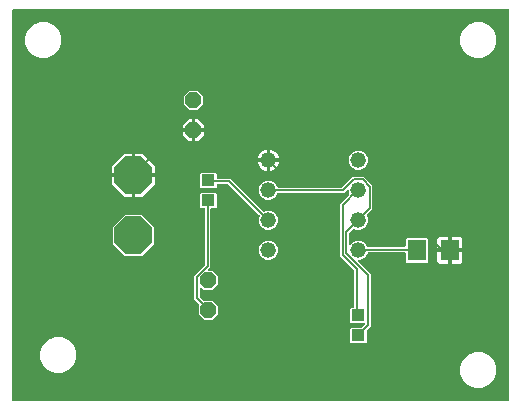
<source format=gbr>
G04 EAGLE Gerber RS-274X export*
G75*
%MOMM*%
%FSLAX34Y34*%
%LPD*%
%INBottom Copper*%
%IPPOS*%
%AMOC8*
5,1,8,0,0,1.08239X$1,22.5*%
G01*
%ADD10R,1.600000X1.800000*%
%ADD11P,3.409096X8X202.500000*%
%ADD12C,1.320800*%
%ADD13P,1.429621X8X292.500000*%
%ADD14R,1.100000X1.000000*%
%ADD15C,0.152400*%

G36*
X457220Y50042D02*
X457220Y50042D01*
X457239Y50040D01*
X457341Y50062D01*
X457443Y50079D01*
X457460Y50088D01*
X457480Y50092D01*
X457569Y50145D01*
X457660Y50194D01*
X457674Y50208D01*
X457691Y50218D01*
X457758Y50297D01*
X457830Y50372D01*
X457838Y50390D01*
X457851Y50405D01*
X457890Y50501D01*
X457933Y50595D01*
X457935Y50615D01*
X457943Y50633D01*
X457961Y50800D01*
X457961Y381000D01*
X457958Y381020D01*
X457960Y381039D01*
X457938Y381141D01*
X457922Y381243D01*
X457912Y381260D01*
X457908Y381280D01*
X457855Y381369D01*
X457806Y381460D01*
X457792Y381474D01*
X457782Y381491D01*
X457703Y381558D01*
X457628Y381630D01*
X457610Y381638D01*
X457595Y381651D01*
X457499Y381690D01*
X457405Y381733D01*
X457385Y381735D01*
X457367Y381743D01*
X457200Y381761D01*
X38100Y381761D01*
X38080Y381758D01*
X38061Y381760D01*
X37959Y381738D01*
X37857Y381722D01*
X37840Y381712D01*
X37820Y381708D01*
X37731Y381655D01*
X37640Y381606D01*
X37626Y381592D01*
X37609Y381582D01*
X37542Y381503D01*
X37471Y381428D01*
X37462Y381410D01*
X37449Y381395D01*
X37410Y381299D01*
X37367Y381205D01*
X37365Y381185D01*
X37357Y381167D01*
X37339Y381000D01*
X37339Y50800D01*
X37342Y50780D01*
X37340Y50761D01*
X37362Y50659D01*
X37379Y50557D01*
X37388Y50540D01*
X37392Y50520D01*
X37445Y50431D01*
X37494Y50340D01*
X37508Y50326D01*
X37518Y50309D01*
X37597Y50242D01*
X37672Y50171D01*
X37690Y50162D01*
X37705Y50149D01*
X37801Y50110D01*
X37895Y50067D01*
X37915Y50065D01*
X37933Y50057D01*
X38100Y50039D01*
X457200Y50039D01*
X457220Y50042D01*
G37*
%LPC*%
G36*
X324068Y99275D02*
X324068Y99275D01*
X323175Y100168D01*
X323175Y111432D01*
X324068Y112325D01*
X332803Y112325D01*
X332894Y112339D01*
X332984Y112347D01*
X333014Y112359D01*
X333046Y112364D01*
X333127Y112407D01*
X333211Y112443D01*
X333243Y112469D01*
X333264Y112480D01*
X333286Y112503D01*
X333342Y112548D01*
X335770Y114976D01*
X335812Y115034D01*
X335861Y115086D01*
X335883Y115133D01*
X335913Y115175D01*
X335934Y115244D01*
X335965Y115309D01*
X335970Y115361D01*
X335986Y115411D01*
X335984Y115482D01*
X335992Y115553D01*
X335981Y115604D01*
X335979Y115656D01*
X335955Y115724D01*
X335940Y115794D01*
X335913Y115839D01*
X335895Y115887D01*
X335850Y115943D01*
X335813Y116005D01*
X335774Y116039D01*
X335741Y116079D01*
X335681Y116118D01*
X335626Y116165D01*
X335578Y116184D01*
X335534Y116212D01*
X335465Y116230D01*
X335398Y116257D01*
X335327Y116265D01*
X335296Y116273D01*
X335272Y116271D01*
X335232Y116275D01*
X324068Y116275D01*
X323175Y117168D01*
X323175Y128432D01*
X324068Y129325D01*
X326136Y129325D01*
X326156Y129328D01*
X326175Y129326D01*
X326277Y129348D01*
X326379Y129364D01*
X326396Y129374D01*
X326416Y129378D01*
X326505Y129431D01*
X326596Y129480D01*
X326610Y129494D01*
X326627Y129504D01*
X326694Y129583D01*
X326766Y129658D01*
X326774Y129676D01*
X326787Y129691D01*
X326826Y129787D01*
X326869Y129881D01*
X326871Y129901D01*
X326879Y129919D01*
X326897Y130086D01*
X326897Y160281D01*
X326883Y160372D01*
X326875Y160462D01*
X326863Y160492D01*
X326858Y160524D01*
X326815Y160605D01*
X326779Y160689D01*
X326753Y160721D01*
X326742Y160742D01*
X326719Y160764D01*
X326674Y160820D01*
X314705Y172789D01*
X314705Y217355D01*
X322374Y225024D01*
X322443Y225119D01*
X322512Y225213D01*
X322514Y225219D01*
X322518Y225224D01*
X322552Y225335D01*
X322588Y225447D01*
X322588Y225453D01*
X322590Y225459D01*
X322587Y225576D01*
X322586Y225693D01*
X322584Y225700D01*
X322584Y225705D01*
X322577Y225722D01*
X322539Y225854D01*
X322071Y226983D01*
X322071Y228608D01*
X322060Y228678D01*
X322058Y228750D01*
X322040Y228799D01*
X322032Y228850D01*
X321998Y228914D01*
X321973Y228981D01*
X321941Y229022D01*
X321916Y229068D01*
X321864Y229117D01*
X321820Y229173D01*
X321776Y229201D01*
X321738Y229237D01*
X321673Y229267D01*
X321613Y229306D01*
X321562Y229319D01*
X321515Y229341D01*
X321444Y229349D01*
X321374Y229366D01*
X321322Y229362D01*
X321271Y229368D01*
X321200Y229353D01*
X321129Y229347D01*
X321081Y229327D01*
X321030Y229316D01*
X320969Y229279D01*
X320903Y229251D01*
X320847Y229206D01*
X320819Y229189D01*
X320804Y229172D01*
X320772Y229146D01*
X317939Y226313D01*
X262360Y226313D01*
X262245Y226294D01*
X262129Y226277D01*
X262123Y226275D01*
X262117Y226274D01*
X262015Y226219D01*
X261910Y226166D01*
X261905Y226161D01*
X261900Y226158D01*
X261820Y226074D01*
X261737Y225990D01*
X261734Y225984D01*
X261730Y225980D01*
X261723Y225963D01*
X261657Y225843D01*
X260891Y223995D01*
X258605Y221709D01*
X255617Y220471D01*
X252383Y220471D01*
X249395Y221709D01*
X247109Y223995D01*
X245871Y226983D01*
X245871Y230217D01*
X247109Y233205D01*
X249395Y235491D01*
X252383Y236729D01*
X255617Y236729D01*
X258605Y235491D01*
X260891Y233205D01*
X261657Y231357D01*
X261719Y231257D01*
X261778Y231157D01*
X261783Y231153D01*
X261786Y231148D01*
X261877Y231073D01*
X261965Y230997D01*
X261971Y230995D01*
X261976Y230991D01*
X262084Y230949D01*
X262193Y230905D01*
X262201Y230904D01*
X262205Y230903D01*
X262224Y230902D01*
X262360Y230887D01*
X315729Y230887D01*
X315820Y230901D01*
X315910Y230909D01*
X315940Y230921D01*
X315972Y230926D01*
X316053Y230969D01*
X316137Y231005D01*
X316169Y231031D01*
X316190Y231042D01*
X316212Y231065D01*
X316268Y231110D01*
X325189Y240031D01*
X334703Y240031D01*
X342139Y232595D01*
X342139Y212413D01*
X337580Y207854D01*
X337512Y207760D01*
X337442Y207665D01*
X337440Y207659D01*
X337436Y207654D01*
X337402Y207543D01*
X337365Y207431D01*
X337365Y207425D01*
X337364Y207419D01*
X337367Y207302D01*
X337368Y207185D01*
X337370Y207178D01*
X337370Y207173D01*
X337376Y207155D01*
X337415Y207024D01*
X338329Y204817D01*
X338329Y201583D01*
X337091Y198595D01*
X334805Y196309D01*
X331817Y195071D01*
X328583Y195071D01*
X326376Y195985D01*
X326262Y196012D01*
X326149Y196041D01*
X326143Y196040D01*
X326137Y196042D01*
X326020Y196031D01*
X325904Y196022D01*
X325898Y196019D01*
X325892Y196019D01*
X325784Y195971D01*
X325677Y195925D01*
X325672Y195921D01*
X325667Y195919D01*
X325653Y195906D01*
X325546Y195820D01*
X322550Y192824D01*
X322497Y192750D01*
X322437Y192680D01*
X322425Y192650D01*
X322406Y192624D01*
X322379Y192537D01*
X322345Y192452D01*
X322341Y192411D01*
X322334Y192389D01*
X322335Y192357D01*
X322327Y192285D01*
X322327Y183260D01*
X322338Y183190D01*
X322340Y183118D01*
X322358Y183069D01*
X322366Y183018D01*
X322400Y182954D01*
X322425Y182887D01*
X322457Y182846D01*
X322482Y182800D01*
X322534Y182751D01*
X322578Y182695D01*
X322622Y182667D01*
X322660Y182631D01*
X322725Y182601D01*
X322785Y182562D01*
X322836Y182549D01*
X322883Y182527D01*
X322954Y182519D01*
X323024Y182502D01*
X323076Y182506D01*
X323127Y182500D01*
X323198Y182515D01*
X323269Y182521D01*
X323317Y182541D01*
X323368Y182552D01*
X323429Y182589D01*
X323495Y182617D01*
X323551Y182662D01*
X323579Y182679D01*
X323594Y182696D01*
X323626Y182722D01*
X325595Y184691D01*
X328583Y185929D01*
X331817Y185929D01*
X334805Y184691D01*
X337091Y182405D01*
X337646Y181065D01*
X337708Y180965D01*
X337768Y180865D01*
X337773Y180861D01*
X337776Y180856D01*
X337866Y180781D01*
X337955Y180705D01*
X337960Y180703D01*
X337965Y180699D01*
X338074Y180657D01*
X338183Y180613D01*
X338190Y180612D01*
X338195Y180611D01*
X338213Y180610D01*
X338350Y180595D01*
X369414Y180595D01*
X369434Y180598D01*
X369453Y180596D01*
X369555Y180618D01*
X369657Y180634D01*
X369674Y180644D01*
X369694Y180648D01*
X369783Y180701D01*
X369874Y180750D01*
X369888Y180764D01*
X369905Y180774D01*
X369972Y180853D01*
X370044Y180928D01*
X370052Y180946D01*
X370065Y180961D01*
X370104Y181057D01*
X370147Y181151D01*
X370149Y181171D01*
X370157Y181189D01*
X370175Y181356D01*
X370175Y187432D01*
X371068Y188325D01*
X388332Y188325D01*
X389225Y187432D01*
X389225Y168168D01*
X388332Y167275D01*
X371068Y167275D01*
X370175Y168168D01*
X370175Y175260D01*
X370172Y175280D01*
X370174Y175299D01*
X370152Y175401D01*
X370136Y175503D01*
X370126Y175520D01*
X370122Y175540D01*
X370069Y175629D01*
X370020Y175720D01*
X370006Y175734D01*
X369996Y175751D01*
X369917Y175818D01*
X369842Y175890D01*
X369824Y175898D01*
X369809Y175911D01*
X369713Y175950D01*
X369619Y175993D01*
X369599Y175995D01*
X369581Y176003D01*
X369414Y176021D01*
X338770Y176021D01*
X338656Y176002D01*
X338539Y175985D01*
X338534Y175983D01*
X338528Y175982D01*
X338425Y175927D01*
X338320Y175874D01*
X338316Y175869D01*
X338310Y175866D01*
X338230Y175782D01*
X338148Y175698D01*
X338144Y175692D01*
X338141Y175688D01*
X338133Y175671D01*
X338067Y175551D01*
X337091Y173195D01*
X334805Y170909D01*
X331817Y169671D01*
X330700Y169671D01*
X330630Y169660D01*
X330558Y169658D01*
X330509Y169640D01*
X330458Y169632D01*
X330394Y169598D01*
X330327Y169573D01*
X330286Y169541D01*
X330240Y169516D01*
X330191Y169464D01*
X330135Y169420D01*
X330107Y169376D01*
X330071Y169338D01*
X330041Y169273D01*
X330002Y169213D01*
X329989Y169162D01*
X329967Y169115D01*
X329959Y169044D01*
X329942Y168974D01*
X329946Y168922D01*
X329940Y168871D01*
X329955Y168800D01*
X329961Y168729D01*
X329981Y168681D01*
X329992Y168630D01*
X330029Y168569D01*
X330057Y168503D01*
X330102Y168447D01*
X330119Y168419D01*
X330136Y168404D01*
X330162Y168372D01*
X340615Y157919D01*
X340615Y113353D01*
X337448Y110186D01*
X337395Y110112D01*
X337335Y110042D01*
X337323Y110012D01*
X337304Y109986D01*
X337277Y109899D01*
X337243Y109814D01*
X337239Y109773D01*
X337232Y109751D01*
X337233Y109719D01*
X337225Y109647D01*
X337225Y100168D01*
X336332Y99275D01*
X324068Y99275D01*
G37*
%LPD*%
%LPC*%
G36*
X199833Y118871D02*
X199833Y118871D01*
X195071Y123633D01*
X195071Y130367D01*
X195551Y130847D01*
X195563Y130863D01*
X195578Y130875D01*
X195634Y130962D01*
X195694Y131046D01*
X195700Y131065D01*
X195711Y131082D01*
X195736Y131183D01*
X195767Y131281D01*
X195766Y131301D01*
X195771Y131321D01*
X195763Y131424D01*
X195760Y131527D01*
X195754Y131546D01*
X195752Y131566D01*
X195712Y131661D01*
X195676Y131758D01*
X195663Y131774D01*
X195656Y131792D01*
X195551Y131923D01*
X191261Y136213D01*
X191261Y156395D01*
X200182Y165316D01*
X200235Y165390D01*
X200295Y165460D01*
X200307Y165490D01*
X200326Y165516D01*
X200353Y165603D01*
X200387Y165688D01*
X200391Y165729D01*
X200398Y165751D01*
X200397Y165783D01*
X200405Y165855D01*
X200405Y212814D01*
X200402Y212834D01*
X200404Y212853D01*
X200382Y212955D01*
X200366Y213057D01*
X200356Y213074D01*
X200352Y213094D01*
X200299Y213183D01*
X200250Y213274D01*
X200236Y213288D01*
X200226Y213305D01*
X200147Y213372D01*
X200072Y213444D01*
X200054Y213452D01*
X200039Y213465D01*
X199943Y213504D01*
X199849Y213547D01*
X199829Y213549D01*
X199811Y213557D01*
X199644Y213575D01*
X197068Y213575D01*
X196175Y214468D01*
X196175Y225732D01*
X197068Y226625D01*
X209332Y226625D01*
X210225Y225732D01*
X210225Y214468D01*
X209332Y213575D01*
X205740Y213575D01*
X205720Y213572D01*
X205701Y213574D01*
X205599Y213552D01*
X205497Y213536D01*
X205480Y213526D01*
X205460Y213522D01*
X205371Y213469D01*
X205280Y213420D01*
X205266Y213406D01*
X205249Y213396D01*
X205182Y213317D01*
X205110Y213242D01*
X205102Y213224D01*
X205089Y213209D01*
X205050Y213113D01*
X205007Y213019D01*
X205005Y212999D01*
X204997Y212981D01*
X204979Y212814D01*
X204979Y163645D01*
X203162Y161828D01*
X203120Y161770D01*
X203071Y161718D01*
X203049Y161671D01*
X203019Y161629D01*
X202998Y161560D01*
X202967Y161495D01*
X202962Y161443D01*
X202946Y161393D01*
X202948Y161322D01*
X202940Y161251D01*
X202951Y161200D01*
X202953Y161148D01*
X202977Y161080D01*
X202992Y161010D01*
X203019Y160965D01*
X203037Y160917D01*
X203082Y160861D01*
X203119Y160799D01*
X203158Y160765D01*
X203191Y160725D01*
X203251Y160686D01*
X203306Y160639D01*
X203354Y160620D01*
X203398Y160592D01*
X203467Y160574D01*
X203534Y160547D01*
X203605Y160539D01*
X203636Y160531D01*
X203660Y160533D01*
X203700Y160529D01*
X206567Y160529D01*
X211329Y155767D01*
X211329Y149033D01*
X206567Y144271D01*
X199833Y144271D01*
X197134Y146970D01*
X197076Y147012D01*
X197024Y147061D01*
X196977Y147083D01*
X196935Y147114D01*
X196866Y147135D01*
X196801Y147165D01*
X196749Y147171D01*
X196699Y147186D01*
X196628Y147184D01*
X196557Y147192D01*
X196506Y147181D01*
X196454Y147180D01*
X196386Y147155D01*
X196316Y147140D01*
X196271Y147113D01*
X196223Y147095D01*
X196167Y147050D01*
X196105Y147013D01*
X196071Y146974D01*
X196031Y146941D01*
X195992Y146881D01*
X195945Y146827D01*
X195926Y146778D01*
X195898Y146734D01*
X195880Y146665D01*
X195853Y146598D01*
X195845Y146527D01*
X195837Y146496D01*
X195839Y146473D01*
X195835Y146432D01*
X195835Y138423D01*
X195849Y138332D01*
X195857Y138242D01*
X195869Y138212D01*
X195874Y138180D01*
X195917Y138099D01*
X195953Y138015D01*
X195979Y137983D01*
X195990Y137962D01*
X196013Y137940D01*
X196058Y137884D01*
X198785Y135157D01*
X198801Y135145D01*
X198813Y135130D01*
X198901Y135074D01*
X198985Y135014D01*
X199004Y135008D01*
X199020Y134997D01*
X199121Y134972D01*
X199220Y134941D01*
X199240Y134942D01*
X199259Y134937D01*
X199362Y134945D01*
X199465Y134948D01*
X199484Y134954D01*
X199504Y134956D01*
X199599Y134996D01*
X199697Y135032D01*
X199712Y135045D01*
X199730Y135052D01*
X199826Y135129D01*
X206567Y135129D01*
X211329Y130367D01*
X211329Y123633D01*
X206567Y118871D01*
X199833Y118871D01*
G37*
%LPD*%
%LPC*%
G36*
X132545Y173227D02*
X132545Y173227D01*
X122427Y183345D01*
X122427Y197655D01*
X132545Y207773D01*
X146855Y207773D01*
X156973Y197655D01*
X156973Y183345D01*
X146855Y173227D01*
X132545Y173227D01*
G37*
%LPD*%
%LPC*%
G36*
X428784Y340439D02*
X428784Y340439D01*
X423212Y342747D01*
X418947Y347012D01*
X416639Y352584D01*
X416639Y358616D01*
X418947Y364188D01*
X423212Y368453D01*
X428784Y370761D01*
X434816Y370761D01*
X440388Y368453D01*
X444653Y364188D01*
X446961Y358616D01*
X446961Y352584D01*
X444653Y347012D01*
X440388Y342747D01*
X434816Y340439D01*
X428784Y340439D01*
G37*
%LPD*%
%LPC*%
G36*
X60484Y340439D02*
X60484Y340439D01*
X54912Y342747D01*
X50647Y347012D01*
X48339Y352584D01*
X48339Y358616D01*
X50647Y364188D01*
X54912Y368453D01*
X60484Y370761D01*
X66516Y370761D01*
X72088Y368453D01*
X76353Y364188D01*
X78661Y358616D01*
X78661Y352584D01*
X76353Y347012D01*
X72088Y342747D01*
X66516Y340439D01*
X60484Y340439D01*
G37*
%LPD*%
%LPC*%
G36*
X73184Y73739D02*
X73184Y73739D01*
X67612Y76047D01*
X63347Y80312D01*
X61039Y85884D01*
X61039Y91916D01*
X63347Y97488D01*
X67612Y101753D01*
X73184Y104061D01*
X79216Y104061D01*
X84788Y101753D01*
X89053Y97488D01*
X91361Y91916D01*
X91361Y85884D01*
X89053Y80312D01*
X84788Y76047D01*
X79216Y73739D01*
X73184Y73739D01*
G37*
%LPD*%
%LPC*%
G36*
X428784Y61039D02*
X428784Y61039D01*
X423212Y63347D01*
X418947Y67612D01*
X416639Y73184D01*
X416639Y79216D01*
X418947Y84788D01*
X423212Y89053D01*
X428784Y91361D01*
X434816Y91361D01*
X440388Y89053D01*
X444653Y84788D01*
X446961Y79216D01*
X446961Y73184D01*
X444653Y67612D01*
X440388Y63347D01*
X434816Y61039D01*
X428784Y61039D01*
G37*
%LPD*%
%LPC*%
G36*
X252383Y195071D02*
X252383Y195071D01*
X249395Y196309D01*
X247109Y198595D01*
X245871Y201583D01*
X245871Y204817D01*
X246637Y206665D01*
X246663Y206777D01*
X246692Y206892D01*
X246691Y206898D01*
X246693Y206904D01*
X246682Y207021D01*
X246673Y207137D01*
X246670Y207143D01*
X246670Y207149D01*
X246622Y207257D01*
X246576Y207363D01*
X246572Y207369D01*
X246570Y207374D01*
X246557Y207388D01*
X246472Y207494D01*
X220256Y233710D01*
X220182Y233763D01*
X220112Y233823D01*
X220082Y233835D01*
X220056Y233854D01*
X219969Y233881D01*
X219884Y233915D01*
X219843Y233919D01*
X219821Y233926D01*
X219789Y233925D01*
X219717Y233933D01*
X210986Y233933D01*
X210966Y233930D01*
X210947Y233932D01*
X210845Y233910D01*
X210743Y233894D01*
X210726Y233884D01*
X210706Y233880D01*
X210617Y233827D01*
X210526Y233778D01*
X210512Y233764D01*
X210495Y233754D01*
X210428Y233675D01*
X210356Y233600D01*
X210348Y233582D01*
X210335Y233567D01*
X210296Y233471D01*
X210253Y233377D01*
X210251Y233357D01*
X210243Y233339D01*
X210225Y233172D01*
X210225Y231468D01*
X209332Y230575D01*
X197068Y230575D01*
X196175Y231468D01*
X196175Y242732D01*
X197068Y243625D01*
X209332Y243625D01*
X210225Y242732D01*
X210225Y239268D01*
X210228Y239248D01*
X210226Y239229D01*
X210248Y239127D01*
X210264Y239025D01*
X210274Y239008D01*
X210278Y238988D01*
X210331Y238899D01*
X210380Y238808D01*
X210394Y238794D01*
X210404Y238777D01*
X210483Y238710D01*
X210558Y238638D01*
X210576Y238630D01*
X210591Y238617D01*
X210687Y238578D01*
X210781Y238535D01*
X210801Y238533D01*
X210819Y238525D01*
X210986Y238507D01*
X221927Y238507D01*
X249706Y210728D01*
X249800Y210661D01*
X249894Y210590D01*
X249900Y210588D01*
X249905Y210585D01*
X250016Y210551D01*
X250128Y210514D01*
X250134Y210514D01*
X250140Y210512D01*
X250257Y210515D01*
X250374Y210517D01*
X250381Y210519D01*
X250386Y210519D01*
X250404Y210525D01*
X250535Y210563D01*
X252383Y211329D01*
X255617Y211329D01*
X258605Y210091D01*
X260891Y207805D01*
X262129Y204817D01*
X262129Y201583D01*
X260891Y198595D01*
X258605Y196309D01*
X255617Y195071D01*
X252383Y195071D01*
G37*
%LPD*%
%LPC*%
G36*
X141223Y242823D02*
X141223Y242823D01*
X141223Y259589D01*
X147275Y259589D01*
X157989Y248875D01*
X157989Y242823D01*
X141223Y242823D01*
G37*
%LPD*%
%LPC*%
G36*
X121411Y242823D02*
X121411Y242823D01*
X121411Y248875D01*
X132125Y259589D01*
X138177Y259589D01*
X138177Y242823D01*
X121411Y242823D01*
G37*
%LPD*%
%LPC*%
G36*
X141223Y223011D02*
X141223Y223011D01*
X141223Y239777D01*
X157989Y239777D01*
X157989Y233725D01*
X147275Y223011D01*
X141223Y223011D01*
G37*
%LPD*%
%LPC*%
G36*
X132125Y223011D02*
X132125Y223011D01*
X121411Y233725D01*
X121411Y239777D01*
X138177Y239777D01*
X138177Y223011D01*
X132125Y223011D01*
G37*
%LPD*%
%LPC*%
G36*
X187133Y296671D02*
X187133Y296671D01*
X182371Y301433D01*
X182371Y308167D01*
X187133Y312929D01*
X193867Y312929D01*
X198629Y308167D01*
X198629Y301433D01*
X193867Y296671D01*
X187133Y296671D01*
G37*
%LPD*%
%LPC*%
G36*
X328583Y245871D02*
X328583Y245871D01*
X325595Y247109D01*
X323309Y249395D01*
X322071Y252383D01*
X322071Y255617D01*
X323309Y258605D01*
X325595Y260891D01*
X328583Y262129D01*
X331817Y262129D01*
X334805Y260891D01*
X337091Y258605D01*
X338329Y255617D01*
X338329Y252383D01*
X337091Y249395D01*
X334805Y247109D01*
X331817Y245871D01*
X328583Y245871D01*
G37*
%LPD*%
%LPC*%
G36*
X252383Y169671D02*
X252383Y169671D01*
X249395Y170909D01*
X247109Y173195D01*
X245871Y176183D01*
X245871Y179417D01*
X247109Y182405D01*
X249395Y184691D01*
X252383Y185929D01*
X255617Y185929D01*
X258605Y184691D01*
X260891Y182405D01*
X262129Y179417D01*
X262129Y176183D01*
X260891Y173195D01*
X258605Y170909D01*
X255617Y169671D01*
X252383Y169671D01*
G37*
%LPD*%
%LPC*%
G36*
X409223Y179323D02*
X409223Y179323D01*
X409223Y189341D01*
X416034Y189341D01*
X416681Y189168D01*
X417260Y188833D01*
X417733Y188360D01*
X418068Y187781D01*
X418241Y187134D01*
X418241Y179323D01*
X409223Y179323D01*
G37*
%LPD*%
%LPC*%
G36*
X397159Y179323D02*
X397159Y179323D01*
X397159Y187134D01*
X397332Y187781D01*
X397667Y188360D01*
X398140Y188833D01*
X398719Y189168D01*
X399366Y189341D01*
X406177Y189341D01*
X406177Y179323D01*
X397159Y179323D01*
G37*
%LPD*%
%LPC*%
G36*
X409223Y166259D02*
X409223Y166259D01*
X409223Y176277D01*
X418241Y176277D01*
X418241Y168466D01*
X418068Y167819D01*
X417733Y167240D01*
X417260Y166767D01*
X416681Y166432D01*
X416034Y166259D01*
X409223Y166259D01*
G37*
%LPD*%
%LPC*%
G36*
X399366Y166259D02*
X399366Y166259D01*
X398719Y166432D01*
X398140Y166767D01*
X397667Y167240D01*
X397332Y167819D01*
X397159Y168466D01*
X397159Y176277D01*
X406177Y176277D01*
X406177Y166259D01*
X399366Y166259D01*
G37*
%LPD*%
%LPC*%
G36*
X192023Y280923D02*
X192023Y280923D01*
X192023Y288545D01*
X194288Y288545D01*
X199645Y283188D01*
X199645Y280923D01*
X192023Y280923D01*
G37*
%LPD*%
%LPC*%
G36*
X181355Y280923D02*
X181355Y280923D01*
X181355Y283188D01*
X186712Y288545D01*
X188977Y288545D01*
X188977Y280923D01*
X181355Y280923D01*
G37*
%LPD*%
%LPC*%
G36*
X192023Y270255D02*
X192023Y270255D01*
X192023Y277877D01*
X199645Y277877D01*
X199645Y275612D01*
X194288Y270255D01*
X192023Y270255D01*
G37*
%LPD*%
%LPC*%
G36*
X186712Y270255D02*
X186712Y270255D01*
X181355Y275612D01*
X181355Y277877D01*
X188977Y277877D01*
X188977Y270255D01*
X186712Y270255D01*
G37*
%LPD*%
%LPC*%
G36*
X255523Y255523D02*
X255523Y255523D01*
X255523Y263021D01*
X256667Y262793D01*
X258332Y262104D01*
X259830Y261103D01*
X261103Y259830D01*
X262104Y258332D01*
X262793Y256667D01*
X263021Y255523D01*
X255523Y255523D01*
G37*
%LPD*%
%LPC*%
G36*
X244979Y255523D02*
X244979Y255523D01*
X245207Y256667D01*
X245896Y258332D01*
X246897Y259830D01*
X248170Y261103D01*
X249668Y262104D01*
X251333Y262793D01*
X252477Y263021D01*
X252477Y255523D01*
X244979Y255523D01*
G37*
%LPD*%
%LPC*%
G36*
X255523Y252477D02*
X255523Y252477D01*
X263021Y252477D01*
X262793Y251333D01*
X262104Y249668D01*
X261103Y248170D01*
X259830Y246897D01*
X258332Y245896D01*
X256667Y245207D01*
X255523Y244979D01*
X255523Y252477D01*
G37*
%LPD*%
%LPC*%
G36*
X251333Y245207D02*
X251333Y245207D01*
X249668Y245896D01*
X248170Y246897D01*
X246897Y248170D01*
X245896Y249668D01*
X245207Y251333D01*
X244979Y252477D01*
X252477Y252477D01*
X252477Y244979D01*
X251333Y245207D01*
G37*
%LPD*%
%LPC*%
G36*
X190499Y279399D02*
X190499Y279399D01*
X190499Y279401D01*
X190501Y279401D01*
X190501Y279399D01*
X190499Y279399D01*
G37*
%LPD*%
%LPC*%
G36*
X253999Y253999D02*
X253999Y253999D01*
X253999Y254001D01*
X254001Y254001D01*
X254001Y253999D01*
X253999Y253999D01*
G37*
%LPD*%
%LPC*%
G36*
X139699Y241299D02*
X139699Y241299D01*
X139699Y241301D01*
X139701Y241301D01*
X139701Y241299D01*
X139699Y241299D01*
G37*
%LPD*%
%LPC*%
G36*
X407699Y177799D02*
X407699Y177799D01*
X407699Y177801D01*
X407701Y177801D01*
X407701Y177799D01*
X407699Y177799D01*
G37*
%LPD*%
D10*
X407700Y177800D03*
X379700Y177800D03*
D11*
X139700Y241300D03*
X139700Y190500D03*
D12*
X254000Y254000D03*
X254000Y228600D03*
X330200Y228600D03*
X330200Y254000D03*
X254000Y203200D03*
X254000Y177800D03*
X330200Y203200D03*
X330200Y177800D03*
D13*
X203200Y152400D03*
X203200Y127000D03*
X190500Y304800D03*
X190500Y279400D03*
D14*
X330200Y105800D03*
X330200Y122800D03*
X203200Y237100D03*
X203200Y220100D03*
D15*
X329184Y161544D02*
X329184Y123444D01*
X329184Y161544D02*
X316992Y173736D01*
X316992Y216408D01*
X329184Y228600D01*
X329184Y123444D02*
X330200Y122800D01*
X330200Y228600D02*
X329184Y228600D01*
X338328Y114300D02*
X330708Y106680D01*
X338328Y114300D02*
X338328Y156972D01*
X320040Y175260D01*
X320040Y193548D01*
X329184Y202692D01*
X330708Y106680D02*
X330200Y105800D01*
X329184Y202692D02*
X330200Y203200D01*
X316992Y228600D02*
X254000Y228600D01*
X316992Y228600D02*
X326136Y237744D01*
X333756Y237744D01*
X339852Y231648D01*
X339852Y213360D01*
X330708Y204216D01*
X330200Y203200D01*
X202692Y219456D02*
X202692Y164592D01*
X193548Y155448D01*
X193548Y137160D01*
X202692Y128016D01*
X202692Y219456D02*
X203200Y220100D01*
X202692Y128016D02*
X203200Y127000D01*
X204216Y236220D02*
X220980Y236220D01*
X254000Y203200D01*
X204216Y236220D02*
X203200Y237100D01*
X330708Y178308D02*
X379476Y178308D01*
X379700Y177800D01*
X330708Y178308D02*
X330200Y177800D01*
X190500Y278892D02*
X176784Y278892D01*
X140208Y242316D01*
X190500Y278892D02*
X190500Y279400D01*
X140208Y242316D02*
X139700Y241300D01*
X400812Y178308D02*
X406908Y178308D01*
X400812Y178308D02*
X335280Y243840D01*
X263652Y243840D01*
X254508Y252984D01*
X406908Y178308D02*
X407700Y177800D01*
X254508Y252984D02*
X254000Y254000D01*
M02*

</source>
